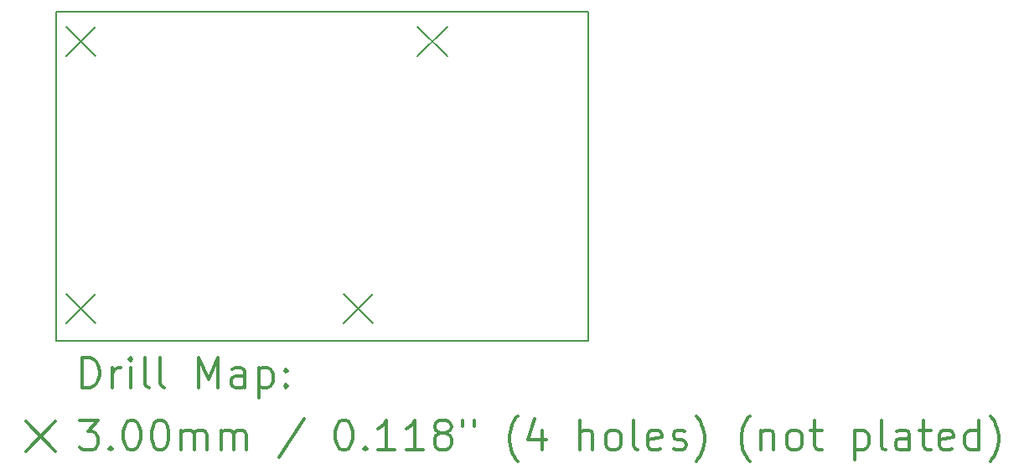
<source format=gbr>
%FSLAX45Y45*%
G04 Gerber Fmt 4.5, Leading zero omitted, Abs format (unit mm)*
G04 Created by KiCad (PCBNEW 4.0.6) date 06/06/17 12:12:12*
%MOMM*%
%LPD*%
G01*
G04 APERTURE LIST*
%ADD10C,0.127000*%
%ADD11C,0.150000*%
%ADD12C,0.200000*%
%ADD13C,0.300000*%
G04 APERTURE END LIST*
D10*
D11*
X0Y0D02*
X5375000Y0D01*
X0Y3325000D02*
X5375000Y3325000D01*
X5375000Y3325000D02*
X5375000Y0D01*
X0Y3325000D02*
X0Y0D01*
D12*
X100000Y3175000D02*
X400000Y2875000D01*
X400000Y3175000D02*
X100000Y2875000D01*
X100000Y475000D02*
X400000Y175000D01*
X400000Y475000D02*
X100000Y175000D01*
X2900000Y475000D02*
X3200000Y175000D01*
X3200000Y475000D02*
X2900000Y175000D01*
X3650000Y3175000D02*
X3950000Y2875000D01*
X3950000Y3175000D02*
X3650000Y2875000D01*
D13*
X263929Y-473214D02*
X263929Y-173214D01*
X335357Y-173214D01*
X378214Y-187500D01*
X406786Y-216071D01*
X421071Y-244643D01*
X435357Y-301786D01*
X435357Y-344643D01*
X421071Y-401786D01*
X406786Y-430357D01*
X378214Y-458929D01*
X335357Y-473214D01*
X263929Y-473214D01*
X563929Y-473214D02*
X563929Y-273214D01*
X563929Y-330357D02*
X578214Y-301786D01*
X592500Y-287500D01*
X621071Y-273214D01*
X649643Y-273214D01*
X749643Y-473214D02*
X749643Y-273214D01*
X749643Y-173214D02*
X735357Y-187500D01*
X749643Y-201786D01*
X763928Y-187500D01*
X749643Y-173214D01*
X749643Y-201786D01*
X935357Y-473214D02*
X906786Y-458929D01*
X892500Y-430357D01*
X892500Y-173214D01*
X1092500Y-473214D02*
X1063929Y-458929D01*
X1049643Y-430357D01*
X1049643Y-173214D01*
X1435357Y-473214D02*
X1435357Y-173214D01*
X1535357Y-387500D01*
X1635357Y-173214D01*
X1635357Y-473214D01*
X1906786Y-473214D02*
X1906786Y-316072D01*
X1892500Y-287500D01*
X1863928Y-273214D01*
X1806786Y-273214D01*
X1778214Y-287500D01*
X1906786Y-458929D02*
X1878214Y-473214D01*
X1806786Y-473214D01*
X1778214Y-458929D01*
X1763928Y-430357D01*
X1763928Y-401786D01*
X1778214Y-373214D01*
X1806786Y-358929D01*
X1878214Y-358929D01*
X1906786Y-344643D01*
X2049643Y-273214D02*
X2049643Y-573214D01*
X2049643Y-287500D02*
X2078214Y-273214D01*
X2135357Y-273214D01*
X2163929Y-287500D01*
X2178214Y-301786D01*
X2192500Y-330357D01*
X2192500Y-416071D01*
X2178214Y-444643D01*
X2163929Y-458929D01*
X2135357Y-473214D01*
X2078214Y-473214D01*
X2049643Y-458929D01*
X2321071Y-444643D02*
X2335357Y-458929D01*
X2321071Y-473214D01*
X2306786Y-458929D01*
X2321071Y-444643D01*
X2321071Y-473214D01*
X2321071Y-287500D02*
X2335357Y-301786D01*
X2321071Y-316072D01*
X2306786Y-301786D01*
X2321071Y-287500D01*
X2321071Y-316072D01*
X-307500Y-817500D02*
X-7500Y-1117500D01*
X-7500Y-817500D02*
X-307500Y-1117500D01*
X235357Y-803214D02*
X421071Y-803214D01*
X321071Y-917500D01*
X363928Y-917500D01*
X392500Y-931786D01*
X406786Y-946071D01*
X421071Y-974643D01*
X421071Y-1046071D01*
X406786Y-1074643D01*
X392500Y-1088929D01*
X363928Y-1103214D01*
X278214Y-1103214D01*
X249643Y-1088929D01*
X235357Y-1074643D01*
X549643Y-1074643D02*
X563929Y-1088929D01*
X549643Y-1103214D01*
X535357Y-1088929D01*
X549643Y-1074643D01*
X549643Y-1103214D01*
X749643Y-803214D02*
X778214Y-803214D01*
X806786Y-817500D01*
X821071Y-831786D01*
X835357Y-860357D01*
X849643Y-917500D01*
X849643Y-988929D01*
X835357Y-1046071D01*
X821071Y-1074643D01*
X806786Y-1088929D01*
X778214Y-1103214D01*
X749643Y-1103214D01*
X721071Y-1088929D01*
X706786Y-1074643D01*
X692500Y-1046071D01*
X678214Y-988929D01*
X678214Y-917500D01*
X692500Y-860357D01*
X706786Y-831786D01*
X721071Y-817500D01*
X749643Y-803214D01*
X1035357Y-803214D02*
X1063929Y-803214D01*
X1092500Y-817500D01*
X1106786Y-831786D01*
X1121071Y-860357D01*
X1135357Y-917500D01*
X1135357Y-988929D01*
X1121071Y-1046071D01*
X1106786Y-1074643D01*
X1092500Y-1088929D01*
X1063929Y-1103214D01*
X1035357Y-1103214D01*
X1006786Y-1088929D01*
X992500Y-1074643D01*
X978214Y-1046071D01*
X963928Y-988929D01*
X963928Y-917500D01*
X978214Y-860357D01*
X992500Y-831786D01*
X1006786Y-817500D01*
X1035357Y-803214D01*
X1263929Y-1103214D02*
X1263929Y-903214D01*
X1263929Y-931786D02*
X1278214Y-917500D01*
X1306786Y-903214D01*
X1349643Y-903214D01*
X1378214Y-917500D01*
X1392500Y-946071D01*
X1392500Y-1103214D01*
X1392500Y-946071D02*
X1406786Y-917500D01*
X1435357Y-903214D01*
X1478214Y-903214D01*
X1506786Y-917500D01*
X1521071Y-946071D01*
X1521071Y-1103214D01*
X1663928Y-1103214D02*
X1663928Y-903214D01*
X1663928Y-931786D02*
X1678214Y-917500D01*
X1706786Y-903214D01*
X1749643Y-903214D01*
X1778214Y-917500D01*
X1792500Y-946071D01*
X1792500Y-1103214D01*
X1792500Y-946071D02*
X1806786Y-917500D01*
X1835357Y-903214D01*
X1878214Y-903214D01*
X1906786Y-917500D01*
X1921071Y-946071D01*
X1921071Y-1103214D01*
X2506786Y-788929D02*
X2249643Y-1174643D01*
X2892500Y-803214D02*
X2921071Y-803214D01*
X2949643Y-817500D01*
X2963928Y-831786D01*
X2978214Y-860357D01*
X2992500Y-917500D01*
X2992500Y-988929D01*
X2978214Y-1046071D01*
X2963928Y-1074643D01*
X2949643Y-1088929D01*
X2921071Y-1103214D01*
X2892500Y-1103214D01*
X2863928Y-1088929D01*
X2849643Y-1074643D01*
X2835357Y-1046071D01*
X2821071Y-988929D01*
X2821071Y-917500D01*
X2835357Y-860357D01*
X2849643Y-831786D01*
X2863928Y-817500D01*
X2892500Y-803214D01*
X3121071Y-1074643D02*
X3135357Y-1088929D01*
X3121071Y-1103214D01*
X3106786Y-1088929D01*
X3121071Y-1074643D01*
X3121071Y-1103214D01*
X3421071Y-1103214D02*
X3249643Y-1103214D01*
X3335357Y-1103214D02*
X3335357Y-803214D01*
X3306785Y-846071D01*
X3278214Y-874643D01*
X3249643Y-888929D01*
X3706785Y-1103214D02*
X3535357Y-1103214D01*
X3621071Y-1103214D02*
X3621071Y-803214D01*
X3592500Y-846071D01*
X3563928Y-874643D01*
X3535357Y-888929D01*
X3878214Y-931786D02*
X3849643Y-917500D01*
X3835357Y-903214D01*
X3821071Y-874643D01*
X3821071Y-860357D01*
X3835357Y-831786D01*
X3849643Y-817500D01*
X3878214Y-803214D01*
X3935357Y-803214D01*
X3963928Y-817500D01*
X3978214Y-831786D01*
X3992500Y-860357D01*
X3992500Y-874643D01*
X3978214Y-903214D01*
X3963928Y-917500D01*
X3935357Y-931786D01*
X3878214Y-931786D01*
X3849643Y-946071D01*
X3835357Y-960357D01*
X3821071Y-988929D01*
X3821071Y-1046071D01*
X3835357Y-1074643D01*
X3849643Y-1088929D01*
X3878214Y-1103214D01*
X3935357Y-1103214D01*
X3963928Y-1088929D01*
X3978214Y-1074643D01*
X3992500Y-1046071D01*
X3992500Y-988929D01*
X3978214Y-960357D01*
X3963928Y-946071D01*
X3935357Y-931786D01*
X4106786Y-803214D02*
X4106786Y-860357D01*
X4221071Y-803214D02*
X4221071Y-860357D01*
X4663928Y-1217500D02*
X4649643Y-1203214D01*
X4621071Y-1160357D01*
X4606786Y-1131786D01*
X4592500Y-1088929D01*
X4578214Y-1017500D01*
X4578214Y-960357D01*
X4592500Y-888929D01*
X4606786Y-846071D01*
X4621071Y-817500D01*
X4649643Y-774643D01*
X4663928Y-760357D01*
X4906786Y-903214D02*
X4906786Y-1103214D01*
X4835357Y-788929D02*
X4763928Y-1003214D01*
X4949643Y-1003214D01*
X5292500Y-1103214D02*
X5292500Y-803214D01*
X5421071Y-1103214D02*
X5421071Y-946071D01*
X5406786Y-917500D01*
X5378214Y-903214D01*
X5335357Y-903214D01*
X5306786Y-917500D01*
X5292500Y-931786D01*
X5606785Y-1103214D02*
X5578214Y-1088929D01*
X5563928Y-1074643D01*
X5549643Y-1046071D01*
X5549643Y-960357D01*
X5563928Y-931786D01*
X5578214Y-917500D01*
X5606785Y-903214D01*
X5649643Y-903214D01*
X5678214Y-917500D01*
X5692500Y-931786D01*
X5706785Y-960357D01*
X5706785Y-1046071D01*
X5692500Y-1074643D01*
X5678214Y-1088929D01*
X5649643Y-1103214D01*
X5606785Y-1103214D01*
X5878214Y-1103214D02*
X5849643Y-1088929D01*
X5835357Y-1060357D01*
X5835357Y-803214D01*
X6106786Y-1088929D02*
X6078214Y-1103214D01*
X6021071Y-1103214D01*
X5992500Y-1088929D01*
X5978214Y-1060357D01*
X5978214Y-946071D01*
X5992500Y-917500D01*
X6021071Y-903214D01*
X6078214Y-903214D01*
X6106786Y-917500D01*
X6121071Y-946071D01*
X6121071Y-974643D01*
X5978214Y-1003214D01*
X6235357Y-1088929D02*
X6263928Y-1103214D01*
X6321071Y-1103214D01*
X6349643Y-1088929D01*
X6363928Y-1060357D01*
X6363928Y-1046071D01*
X6349643Y-1017500D01*
X6321071Y-1003214D01*
X6278214Y-1003214D01*
X6249643Y-988929D01*
X6235357Y-960357D01*
X6235357Y-946071D01*
X6249643Y-917500D01*
X6278214Y-903214D01*
X6321071Y-903214D01*
X6349643Y-917500D01*
X6463928Y-1217500D02*
X6478214Y-1203214D01*
X6506786Y-1160357D01*
X6521071Y-1131786D01*
X6535357Y-1088929D01*
X6549643Y-1017500D01*
X6549643Y-960357D01*
X6535357Y-888929D01*
X6521071Y-846071D01*
X6506786Y-817500D01*
X6478214Y-774643D01*
X6463928Y-760357D01*
X7006786Y-1217500D02*
X6992500Y-1203214D01*
X6963928Y-1160357D01*
X6949643Y-1131786D01*
X6935357Y-1088929D01*
X6921071Y-1017500D01*
X6921071Y-960357D01*
X6935357Y-888929D01*
X6949643Y-846071D01*
X6963928Y-817500D01*
X6992500Y-774643D01*
X7006786Y-760357D01*
X7121071Y-903214D02*
X7121071Y-1103214D01*
X7121071Y-931786D02*
X7135357Y-917500D01*
X7163928Y-903214D01*
X7206786Y-903214D01*
X7235357Y-917500D01*
X7249643Y-946071D01*
X7249643Y-1103214D01*
X7435357Y-1103214D02*
X7406786Y-1088929D01*
X7392500Y-1074643D01*
X7378214Y-1046071D01*
X7378214Y-960357D01*
X7392500Y-931786D01*
X7406786Y-917500D01*
X7435357Y-903214D01*
X7478214Y-903214D01*
X7506786Y-917500D01*
X7521071Y-931786D01*
X7535357Y-960357D01*
X7535357Y-1046071D01*
X7521071Y-1074643D01*
X7506786Y-1088929D01*
X7478214Y-1103214D01*
X7435357Y-1103214D01*
X7621071Y-903214D02*
X7735357Y-903214D01*
X7663928Y-803214D02*
X7663928Y-1060357D01*
X7678214Y-1088929D01*
X7706786Y-1103214D01*
X7735357Y-1103214D01*
X8063928Y-903214D02*
X8063928Y-1203214D01*
X8063928Y-917500D02*
X8092500Y-903214D01*
X8149643Y-903214D01*
X8178214Y-917500D01*
X8192500Y-931786D01*
X8206786Y-960357D01*
X8206786Y-1046071D01*
X8192500Y-1074643D01*
X8178214Y-1088929D01*
X8149643Y-1103214D01*
X8092500Y-1103214D01*
X8063928Y-1088929D01*
X8378214Y-1103214D02*
X8349643Y-1088929D01*
X8335357Y-1060357D01*
X8335357Y-803214D01*
X8621071Y-1103214D02*
X8621071Y-946071D01*
X8606786Y-917500D01*
X8578214Y-903214D01*
X8521071Y-903214D01*
X8492500Y-917500D01*
X8621071Y-1088929D02*
X8592500Y-1103214D01*
X8521071Y-1103214D01*
X8492500Y-1088929D01*
X8478214Y-1060357D01*
X8478214Y-1031786D01*
X8492500Y-1003214D01*
X8521071Y-988929D01*
X8592500Y-988929D01*
X8621071Y-974643D01*
X8721071Y-903214D02*
X8835357Y-903214D01*
X8763929Y-803214D02*
X8763929Y-1060357D01*
X8778214Y-1088929D01*
X8806786Y-1103214D01*
X8835357Y-1103214D01*
X9049643Y-1088929D02*
X9021072Y-1103214D01*
X8963929Y-1103214D01*
X8935357Y-1088929D01*
X8921072Y-1060357D01*
X8921072Y-946071D01*
X8935357Y-917500D01*
X8963929Y-903214D01*
X9021072Y-903214D01*
X9049643Y-917500D01*
X9063929Y-946071D01*
X9063929Y-974643D01*
X8921072Y-1003214D01*
X9321072Y-1103214D02*
X9321072Y-803214D01*
X9321072Y-1088929D02*
X9292500Y-1103214D01*
X9235357Y-1103214D01*
X9206786Y-1088929D01*
X9192500Y-1074643D01*
X9178214Y-1046071D01*
X9178214Y-960357D01*
X9192500Y-931786D01*
X9206786Y-917500D01*
X9235357Y-903214D01*
X9292500Y-903214D01*
X9321072Y-917500D01*
X9435357Y-1217500D02*
X9449643Y-1203214D01*
X9478214Y-1160357D01*
X9492500Y-1131786D01*
X9506786Y-1088929D01*
X9521072Y-1017500D01*
X9521072Y-960357D01*
X9506786Y-888929D01*
X9492500Y-846071D01*
X9478214Y-817500D01*
X9449643Y-774643D01*
X9435357Y-760357D01*
M02*

</source>
